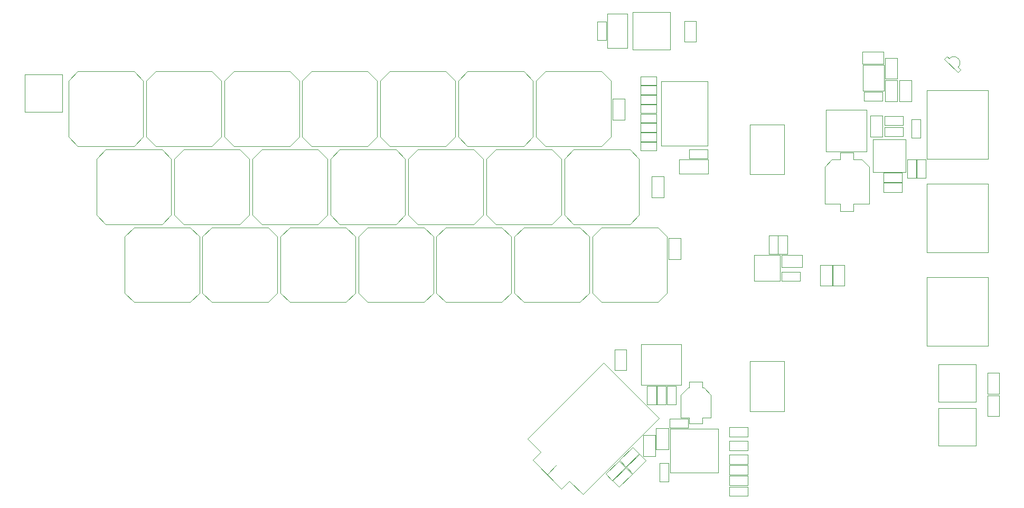
<source format=gbr>
%TF.GenerationSoftware,KiCad,Pcbnew,8.0.9*%
%TF.CreationDate,2025-12-22T17:05:26+01:00*%
%TF.ProjectId,MiniChord,4d696e69-4368-46f7-9264-2e6b69636164,rev?*%
%TF.SameCoordinates,Original*%
%TF.FileFunction,Other,User*%
%FSLAX46Y46*%
G04 Gerber Fmt 4.6, Leading zero omitted, Abs format (unit mm)*
G04 Created by KiCad (PCBNEW 8.0.9) date 2025-12-22 17:05:26*
%MOMM*%
%LPD*%
G01*
G04 APERTURE LIST*
%ADD10C,0.050000*%
%ADD11C,0.120000*%
G04 APERTURE END LIST*
D10*
X102704581Y-142645420D02*
X101300000Y-144100000D01*
%TO.C,U4*%
X119550000Y-81050000D02*
X119550000Y-91450000D01*
X119550000Y-91450000D02*
X126950000Y-91450000D01*
X126950000Y-81050000D02*
X119550000Y-81050000D01*
X126950000Y-91450000D02*
X126950000Y-81050000D01*
%TO.C,C7*%
X124020000Y-92020000D02*
X126980000Y-92020000D01*
X124020000Y-93480000D02*
X124020000Y-92020000D01*
X126980000Y-92020000D02*
X126980000Y-93480000D01*
X126980000Y-93480000D02*
X124020000Y-93480000D01*
%TO.C,D5*%
X116250000Y-87800000D02*
X118750000Y-87800000D01*
X116250000Y-89200000D02*
X116250000Y-87800000D01*
X118750000Y-87800000D02*
X118750000Y-89200000D01*
X118750000Y-89200000D02*
X116250000Y-89200000D01*
%TO.C,R2*%
X158970000Y-93620000D02*
X160430000Y-93620000D01*
X158970000Y-96580000D02*
X158970000Y-93620000D01*
X160430000Y-93620000D02*
X160430000Y-96580000D01*
X160430000Y-96580000D02*
X158970000Y-96580000D01*
%TO.C,R13*%
X120750000Y-106220000D02*
X122650000Y-106220000D01*
X120750000Y-109580000D02*
X120750000Y-106220000D01*
X122650000Y-106220000D02*
X122650000Y-109580000D01*
X122650000Y-109580000D02*
X120750000Y-109580000D01*
%TO.C,C9*%
X118720000Y-136700000D02*
X120680000Y-136700000D01*
X118720000Y-140100000D02*
X118720000Y-136700000D01*
X120680000Y-136700000D02*
X120680000Y-140100000D01*
X120680000Y-140100000D02*
X118720000Y-140100000D01*
D11*
%TO.C,SW11*%
X78500000Y-93500000D02*
X78500000Y-102500000D01*
X77000000Y-104000000D01*
X68000000Y-104000000D01*
X66500000Y-102500000D01*
X66500000Y-93500000D01*
X68000000Y-92000000D01*
X77000000Y-92000000D01*
X78500000Y-93500000D01*
D10*
%TO.C,C11*%
X120920000Y-135170000D02*
X123880000Y-135170000D01*
X120920000Y-136630000D02*
X120920000Y-135170000D01*
X123880000Y-135170000D02*
X123880000Y-136630000D01*
X123880000Y-136630000D02*
X120920000Y-136630000D01*
%TO.C,SW26*%
D11*
X115000000Y-70000000D02*
X121000000Y-70000000D01*
X121000000Y-76000000D01*
X115000000Y-76000000D01*
X115000000Y-70000000D01*
D10*
%TO.C,R29*%
X130420000Y-144370000D02*
X133380000Y-144370000D01*
X130420000Y-145830000D02*
X130420000Y-144370000D01*
X133380000Y-144370000D02*
X133380000Y-145830000D01*
X133380000Y-145830000D02*
X130420000Y-145830000D01*
%TO.C,R27*%
X130420000Y-140970000D02*
X133380000Y-140970000D01*
X130420000Y-142430000D02*
X130420000Y-140970000D01*
X133380000Y-140970000D02*
X133380000Y-142430000D01*
X133380000Y-142430000D02*
X130420000Y-142430000D01*
%TO.C,D2*%
X116290000Y-123250000D02*
X116290000Y-129750000D01*
X116290000Y-129750000D02*
X122790000Y-129750000D01*
X122790000Y-123250000D02*
X116290000Y-123250000D01*
X122790000Y-129750000D02*
X122790000Y-123250000D01*
%TO.C,R7*%
X159670000Y-87220000D02*
X161130000Y-87220000D01*
X159670000Y-90180000D02*
X159670000Y-87220000D01*
X161130000Y-87220000D02*
X161130000Y-90180000D01*
X161130000Y-90180000D02*
X159670000Y-90180000D01*
%TO.C,D9*%
X116250000Y-80300000D02*
X118750000Y-80300000D01*
X116250000Y-81700000D02*
X116250000Y-80300000D01*
X118750000Y-80300000D02*
X118750000Y-81700000D01*
X118750000Y-81700000D02*
X116250000Y-81700000D01*
%TO.C,C16*%
X110637294Y-144030330D02*
X112730330Y-141937294D01*
X111669670Y-145062706D02*
X110637294Y-144030330D01*
X112730330Y-141937294D02*
X113762706Y-142969670D01*
X113762706Y-142969670D02*
X111669670Y-145062706D01*
%TO.C,D11*%
X116250000Y-89300000D02*
X118750000Y-89300000D01*
X116250000Y-90700000D02*
X116250000Y-89300000D01*
X118750000Y-89300000D02*
X118750000Y-90700000D01*
X118750000Y-90700000D02*
X116250000Y-90700000D01*
D11*
%TO.C,SW12*%
X91000000Y-93500000D02*
X91000000Y-102500000D01*
X89500000Y-104000000D01*
X80500000Y-104000000D01*
X79000000Y-102500000D01*
X79000000Y-93500000D01*
X80500000Y-92000000D01*
X89500000Y-92000000D01*
X91000000Y-93500000D01*
%TO.C,SW15*%
X45500000Y-106000000D02*
X45500000Y-115000000D01*
X44000000Y-116500000D01*
X35000000Y-116500000D01*
X33500000Y-115000000D01*
X33500000Y-106000000D01*
X35000000Y-104500000D01*
X44000000Y-104500000D01*
X45500000Y-106000000D01*
%TO.C,D3*%
X164954505Y-77489860D02*
X167075825Y-79611180D01*
X165378769Y-77065596D02*
X164954505Y-77489860D01*
X165732322Y-77419149D02*
X165378769Y-77065596D01*
X167075825Y-79611180D02*
X167500089Y-79186916D01*
X167146536Y-78833363D02*
X167500089Y-79186916D01*
X165732322Y-77419149D02*
G75*
G02*
X167146536Y-78833363I707107J-707107D01*
G01*
D10*
%TO.C,C19*%
X138270000Y-105770000D02*
X139730000Y-105770000D01*
X138270000Y-108730000D02*
X138270000Y-105770000D01*
X139730000Y-105770000D02*
X139730000Y-108730000D01*
X139730000Y-108730000D02*
X138270000Y-108730000D01*
%TO.C,C4*%
X153020000Y-86600000D02*
X154980000Y-86600000D01*
X153020000Y-90000000D02*
X153020000Y-86600000D01*
X154980000Y-86600000D02*
X154980000Y-90000000D01*
X154980000Y-90000000D02*
X153020000Y-90000000D01*
%TO.C,R10*%
X147050000Y-110520000D02*
X148950000Y-110520000D01*
X147050000Y-113880000D02*
X147050000Y-110520000D01*
X148950000Y-110520000D02*
X148950000Y-113880000D01*
X148950000Y-113880000D02*
X147050000Y-113880000D01*
%TO.C,R15*%
X136770000Y-105770000D02*
X138230000Y-105770000D01*
X136770000Y-108730000D02*
X136770000Y-105770000D01*
X138230000Y-105770000D02*
X138230000Y-108730000D01*
X138230000Y-108730000D02*
X136770000Y-108730000D01*
D11*
%TO.C,SW10*%
X66000000Y-93500000D02*
X66000000Y-102500000D01*
X64500000Y-104000000D01*
X55500000Y-104000000D01*
X54000000Y-102500000D01*
X54000000Y-93500000D01*
X55500000Y-92000000D01*
X64500000Y-92000000D01*
X66000000Y-93500000D01*
D10*
%TO.C,R28*%
X130420000Y-142670000D02*
X133380000Y-142670000D01*
X130420000Y-144130000D02*
X130420000Y-142670000D01*
X133380000Y-142670000D02*
X133380000Y-144130000D01*
X133380000Y-144130000D02*
X130420000Y-144130000D01*
%TO.C,R1*%
X157750000Y-80927500D02*
X159650000Y-80927500D01*
X157750000Y-84287500D02*
X157750000Y-80927500D01*
X159650000Y-80927500D02*
X159650000Y-84287500D01*
X159650000Y-84287500D02*
X157750000Y-84287500D01*
%TO.C,D1*%
X110900000Y-70270000D02*
X110900000Y-75720000D01*
X110900000Y-75720000D02*
X114100000Y-75720000D01*
X114100000Y-70270000D02*
X110900000Y-70270000D01*
X114100000Y-75720000D02*
X114100000Y-70270000D01*
D11*
%TO.C,SW21*%
X120500000Y-106000000D02*
X120500000Y-115000000D01*
X119000000Y-116500000D01*
X110000000Y-116500000D01*
X108500000Y-115000000D01*
X108500000Y-106000000D01*
X110000000Y-104500000D01*
X119000000Y-104500000D01*
X120500000Y-106000000D01*
D10*
%TO.C,R12*%
X118050000Y-96320000D02*
X119950000Y-96320000D01*
X118050000Y-99680000D02*
X118050000Y-96320000D01*
X119950000Y-96320000D02*
X119950000Y-99680000D01*
X119950000Y-99680000D02*
X118050000Y-99680000D01*
%TO.C,R39*%
X171850000Y-131432500D02*
X173750000Y-131432500D01*
X171850000Y-134792500D02*
X171850000Y-131432500D01*
X173750000Y-131432500D02*
X173750000Y-134792500D01*
X173750000Y-134792500D02*
X171850000Y-134792500D01*
%TO.C,R37*%
X117270000Y-129920000D02*
X118730000Y-129920000D01*
X117270000Y-132880000D02*
X117270000Y-129920000D01*
X118730000Y-129920000D02*
X118730000Y-132880000D01*
X118730000Y-132880000D02*
X117270000Y-132880000D01*
%TO.C,D8*%
X116250000Y-90800000D02*
X118750000Y-90800000D01*
X116250000Y-92200000D02*
X116250000Y-90800000D01*
X118750000Y-90800000D02*
X118750000Y-92200000D01*
X118750000Y-92200000D02*
X116250000Y-92200000D01*
D11*
%TO.C,SW6*%
X99000000Y-81000000D02*
X99000000Y-90000000D01*
X97500000Y-91500000D01*
X88500000Y-91500000D01*
X87000000Y-90000000D01*
X87000000Y-81000000D01*
X88500000Y-79500000D01*
X97500000Y-79500000D01*
X99000000Y-81000000D01*
%TO.C,SW14*%
X116000000Y-93500000D02*
X116000000Y-102500000D01*
X114500000Y-104000000D01*
X105500000Y-104000000D01*
X104000000Y-102500000D01*
X104000000Y-93500000D01*
X105500000Y-92000000D01*
X114500000Y-92000000D01*
X116000000Y-93500000D01*
%TO.C,SW2*%
X49000000Y-81000000D02*
X49000000Y-90000000D01*
X47500000Y-91500000D01*
X38500000Y-91500000D01*
X37000000Y-90000000D01*
X37000000Y-81000000D01*
X38500000Y-79500000D01*
X47500000Y-79500000D01*
X49000000Y-81000000D01*
D10*
%TO.C,R35*%
X120470000Y-129920000D02*
X121930000Y-129920000D01*
X120470000Y-132880000D02*
X120470000Y-129920000D01*
X121930000Y-129920000D02*
X121930000Y-132880000D01*
X121930000Y-132880000D02*
X120470000Y-132880000D01*
%TO.C,C1*%
X155220000Y-97370000D02*
X158180000Y-97370000D01*
X155220000Y-98830000D02*
X155220000Y-97370000D01*
X158180000Y-97370000D02*
X158180000Y-98830000D01*
X158180000Y-98830000D02*
X155220000Y-98830000D01*
D11*
%TO.C,SW17*%
X70500000Y-106000000D02*
X70500000Y-115000000D01*
X69000000Y-116500000D01*
X60000000Y-116500000D01*
X58500000Y-115000000D01*
X58500000Y-106000000D01*
X60000000Y-104500000D01*
X69000000Y-104500000D01*
X70500000Y-106000000D01*
D10*
%TO.C,C18*%
X151800000Y-76327500D02*
X155200000Y-76327500D01*
X151800000Y-78287500D02*
X151800000Y-76327500D01*
X155200000Y-76327500D02*
X155200000Y-78287500D01*
X155200000Y-78287500D02*
X151800000Y-78287500D01*
%TO.C,RV3*%
D11*
X171900000Y-93530000D02*
X162100000Y-93530000D01*
X162100000Y-82530000D01*
X171900000Y-82530000D01*
X171900000Y-93530000D01*
D10*
%TO.C,C5*%
X145750000Y-94800000D02*
X145750000Y-100750000D01*
X146900000Y-93650000D02*
X145750000Y-94800000D01*
X148250000Y-92500000D02*
X148250000Y-93650000D01*
X148250000Y-93650000D02*
X146900000Y-93650000D01*
X148250000Y-100750000D02*
X145750000Y-100750000D01*
X148250000Y-101900000D02*
X148250000Y-100750000D01*
X150350000Y-92500000D02*
X148250000Y-92500000D01*
X150350000Y-93650000D02*
X150350000Y-92500000D01*
X150350000Y-100750000D02*
X150350000Y-101900000D01*
X150350000Y-101900000D02*
X148250000Y-101900000D01*
X151700000Y-93650000D02*
X150350000Y-93650000D01*
X151700000Y-93650000D02*
X152850000Y-94800000D01*
X152850000Y-94800000D02*
X152850000Y-100750000D01*
X152850000Y-100750000D02*
X150350000Y-100750000D01*
%TO.C,R14*%
X138820000Y-108950000D02*
X142180000Y-108950000D01*
X138820000Y-110850000D02*
X138820000Y-108950000D01*
X142180000Y-108950000D02*
X142180000Y-110850000D01*
X142180000Y-110850000D02*
X138820000Y-110850000D01*
D11*
%TO.C,SW13*%
X103500000Y-93500000D02*
X103500000Y-102500000D01*
X102000000Y-104000000D01*
X93000000Y-104000000D01*
X91500000Y-102500000D01*
X91500000Y-93500000D01*
X93000000Y-92000000D01*
X102000000Y-92000000D01*
X103500000Y-93500000D01*
%TO.C,SW24*%
X164000000Y-126500000D02*
X170000000Y-126500000D01*
X170000000Y-132500000D01*
X164000000Y-132500000D01*
X164000000Y-126500000D01*
D10*
%TO.C,C13*%
X130420000Y-138770000D02*
X133380000Y-138770000D01*
X130420000Y-140230000D02*
X130420000Y-138770000D01*
X133380000Y-138770000D02*
X133380000Y-140230000D01*
X133380000Y-140230000D02*
X130420000Y-140230000D01*
%TO.C,R32*%
X113937294Y-142930330D02*
X116030330Y-140837294D01*
X114969670Y-143962706D02*
X113937294Y-142930330D01*
X116030330Y-140837294D02*
X117062706Y-141869670D01*
X117062706Y-141869670D02*
X114969670Y-143962706D01*
%TO.C,D6*%
X116250000Y-81800000D02*
X118750000Y-81800000D01*
X116250000Y-83200000D02*
X116250000Y-81800000D01*
X118750000Y-81800000D02*
X118750000Y-83200000D01*
X118750000Y-83200000D02*
X116250000Y-83200000D01*
D11*
%TO.C,SW18*%
X83000000Y-106000000D02*
X83000000Y-115000000D01*
X81500000Y-116500000D01*
X72500000Y-116500000D01*
X71000000Y-115000000D01*
X71000000Y-106000000D01*
X72500000Y-104500000D01*
X81500000Y-104500000D01*
X83000000Y-106000000D01*
D10*
%TO.C,U3*%
X151850000Y-78476250D02*
X151850000Y-82576250D01*
X151850000Y-82576250D02*
X155250000Y-82576250D01*
X155250000Y-78476250D02*
X151850000Y-78476250D01*
X155250000Y-82576250D02*
X155250000Y-78476250D01*
D11*
%TO.C,SW16*%
X58000000Y-106000000D02*
X58000000Y-115000000D01*
X56500000Y-116500000D01*
X47500000Y-116500000D01*
X46000000Y-115000000D01*
X46000000Y-106000000D01*
X47500000Y-104500000D01*
X56500000Y-104500000D01*
X58000000Y-106000000D01*
D10*
%TO.C,R16*%
X112050000Y-124070000D02*
X113950000Y-124070000D01*
X112050000Y-127430000D02*
X112050000Y-124070000D01*
X113950000Y-124070000D02*
X113950000Y-127430000D01*
X113950000Y-127430000D02*
X112050000Y-127430000D01*
D11*
%TO.C,SW20*%
X108000000Y-106000000D02*
X108000000Y-115000000D01*
X106500000Y-116500000D01*
X97500000Y-116500000D01*
X96000000Y-115000000D01*
X96000000Y-106000000D01*
X97500000Y-104500000D01*
X106500000Y-104500000D01*
X108000000Y-106000000D01*
D10*
%TO.C,C3*%
X155220000Y-95770000D02*
X158180000Y-95770000D01*
X155220000Y-97230000D02*
X155220000Y-95770000D01*
X158180000Y-95770000D02*
X158180000Y-97230000D01*
X158180000Y-97230000D02*
X155220000Y-97230000D01*
D11*
%TO.C,J1*%
X133750000Y-88000000D02*
X133750000Y-96000000D01*
X133750000Y-96000000D02*
X139250000Y-96000000D01*
X139250000Y-88000000D02*
X133750000Y-88000000D01*
X139250000Y-96000000D02*
X139250000Y-88000000D01*
D10*
%TO.C,C6*%
X122450000Y-93600000D02*
X127050000Y-93600000D01*
X122450000Y-95900000D02*
X122450000Y-93600000D01*
X127050000Y-93600000D02*
X127050000Y-95900000D01*
X127050000Y-95900000D02*
X122450000Y-95900000D01*
%TO.C,R34*%
X109270000Y-71520000D02*
X110730000Y-71520000D01*
X109270000Y-74480000D02*
X109270000Y-71520000D01*
X110730000Y-71520000D02*
X110730000Y-74480000D01*
X110730000Y-74480000D02*
X109270000Y-74480000D01*
%TO.C,R8*%
X155450000Y-80927500D02*
X157350000Y-80927500D01*
X155450000Y-84287500D02*
X155450000Y-80927500D01*
X157350000Y-80927500D02*
X157350000Y-84287500D01*
X157350000Y-84287500D02*
X155450000Y-84287500D01*
%TO.C,RV2*%
D11*
X171900000Y-108530000D02*
X162100000Y-108530000D01*
X162100000Y-97530000D01*
X171900000Y-97530000D01*
X171900000Y-108530000D01*
D10*
%TO.C,R4*%
X155450000Y-77327500D02*
X157350000Y-77327500D01*
X155450000Y-80687500D02*
X155450000Y-77327500D01*
X157350000Y-77327500D02*
X157350000Y-80687500D01*
X157350000Y-80687500D02*
X155450000Y-80687500D01*
D11*
%TO.C,SW4*%
X74000000Y-81000000D02*
X74000000Y-90000000D01*
X72500000Y-91500000D01*
X63500000Y-91500000D01*
X62000000Y-90000000D01*
X62000000Y-81000000D01*
X63500000Y-79500000D01*
X72500000Y-79500000D01*
X74000000Y-81000000D01*
%TO.C,SW22*%
X17500000Y-86000000D02*
X23500000Y-86000000D01*
X23500000Y-80000000D01*
X17500000Y-80000000D01*
X17500000Y-86000000D01*
D10*
%TO.C,U2*%
X153480000Y-90380000D02*
X153480000Y-95620000D01*
X153480000Y-95620000D02*
X158720000Y-95620000D01*
X158720000Y-90380000D02*
X153480000Y-90380000D01*
X158720000Y-95620000D02*
X158720000Y-90380000D01*
%TO.C,L1*%
X145950000Y-85650000D02*
X145950000Y-92350000D01*
X145950000Y-92350000D02*
X152450000Y-92350000D01*
X152450000Y-85650000D02*
X145950000Y-85650000D01*
X152450000Y-92350000D02*
X152450000Y-85650000D01*
D11*
%TO.C,J4*%
X133750000Y-126000000D02*
X133750000Y-134000000D01*
X133750000Y-134000000D02*
X139250000Y-134000000D01*
X139250000Y-126000000D02*
X133750000Y-126000000D01*
X139250000Y-134000000D02*
X139250000Y-126000000D01*
%TO.C,SW5*%
X86500000Y-81000000D02*
X86500000Y-90000000D01*
X85000000Y-91500000D01*
X76000000Y-91500000D01*
X74500000Y-90000000D01*
X74500000Y-81000000D01*
X76000000Y-79500000D01*
X85000000Y-79500000D01*
X86500000Y-81000000D01*
%TO.C,SW19*%
X95500000Y-106000000D02*
X95500000Y-115000000D01*
X94000000Y-116500000D01*
X85000000Y-116500000D01*
X83500000Y-115000000D01*
X83500000Y-106000000D01*
X85000000Y-104500000D01*
X94000000Y-104500000D01*
X95500000Y-106000000D01*
%TO.C,SW9*%
X53500000Y-93500000D02*
X53500000Y-102500000D01*
X52000000Y-104000000D01*
X43000000Y-104000000D01*
X41500000Y-102500000D01*
X41500000Y-93500000D01*
X43000000Y-92000000D01*
X52000000Y-92000000D01*
X53500000Y-93500000D01*
D10*
%TO.C,R31*%
X111753931Y-145113693D02*
X113846967Y-143020657D01*
X112786307Y-146146069D02*
X111753931Y-145113693D01*
X113846967Y-143020657D02*
X114879343Y-144053033D01*
X114879343Y-144053033D02*
X112786307Y-146146069D01*
%TO.C,RV1*%
D11*
X171900000Y-123500000D02*
X162100000Y-123500000D01*
X162100000Y-112500000D01*
X171900000Y-112500000D01*
X171900000Y-123500000D01*
D10*
%TO.C,D7*%
X116250000Y-86300000D02*
X118750000Y-86300000D01*
X116250000Y-87700000D02*
X116250000Y-86300000D01*
X118750000Y-86300000D02*
X118750000Y-87700000D01*
X118750000Y-87700000D02*
X116250000Y-87700000D01*
%TO.C,C2*%
X152020000Y-82777500D02*
X154980000Y-82777500D01*
X152020000Y-84237500D02*
X152020000Y-82777500D01*
X154980000Y-82777500D02*
X154980000Y-84237500D01*
X154980000Y-84237500D02*
X152020000Y-84237500D01*
%TO.C,R9*%
X145050000Y-110520000D02*
X146950000Y-110520000D01*
X145050000Y-113880000D02*
X145050000Y-110520000D01*
X146950000Y-110520000D02*
X146950000Y-113880000D01*
X146950000Y-113880000D02*
X145050000Y-113880000D01*
%TO.C,R6*%
X155320000Y-86670000D02*
X158280000Y-86670000D01*
X155320000Y-88130000D02*
X155320000Y-86670000D01*
X158280000Y-86670000D02*
X158280000Y-88130000D01*
X158280000Y-88130000D02*
X155320000Y-88130000D01*
D11*
%TO.C,SW7*%
X111500000Y-81000000D02*
X111500000Y-90000000D01*
X110000000Y-91500000D01*
X101000000Y-91500000D01*
X99500000Y-90000000D01*
X99500000Y-81000000D01*
X101000000Y-79500000D01*
X110000000Y-79500000D01*
X111500000Y-81000000D01*
%TO.C,SW3*%
X61500000Y-81000000D02*
X61500000Y-90000000D01*
X60000000Y-91500000D01*
X51000000Y-91500000D01*
X49500000Y-90000000D01*
X49500000Y-81000000D01*
X51000000Y-79500000D01*
X60000000Y-79500000D01*
X61500000Y-81000000D01*
D10*
%TO.C,R38*%
X171850000Y-127807500D02*
X173750000Y-127807500D01*
X171850000Y-131167500D02*
X171850000Y-127807500D01*
X173750000Y-127807500D02*
X173750000Y-131167500D01*
X173750000Y-131167500D02*
X171850000Y-131167500D01*
%TO.C,R30*%
X130420000Y-146070000D02*
X133380000Y-146070000D01*
X130420000Y-147530000D02*
X130420000Y-146070000D01*
X133380000Y-146070000D02*
X133380000Y-147530000D01*
X133380000Y-147530000D02*
X130420000Y-147530000D01*
%TO.C,J2*%
X98121825Y-138439340D02*
X100243146Y-140560660D01*
X98970354Y-141833452D02*
X103566548Y-146429646D01*
X100243146Y-140560660D02*
X98970354Y-141833452D01*
X103566548Y-146429646D02*
X104839340Y-145156854D01*
X104839340Y-145156854D02*
X106960660Y-147278175D01*
X106960660Y-147278175D02*
X107137437Y-147101398D01*
X107137437Y-147101398D02*
X119158252Y-135080583D01*
X110319417Y-126241748D02*
X98121825Y-138439340D01*
X119158252Y-135080583D02*
X110319417Y-126241748D01*
%TO.C,R40*%
X123250000Y-71395000D02*
X125150000Y-71395000D01*
X123250000Y-74755000D02*
X123250000Y-71395000D01*
X125150000Y-71395000D02*
X125150000Y-74755000D01*
X125150000Y-74755000D02*
X123250000Y-74755000D01*
%TO.C,U5*%
X120950000Y-136800000D02*
X120950000Y-143800000D01*
X120950000Y-143800000D02*
X128650000Y-143800000D01*
X128650000Y-136800000D02*
X120950000Y-136800000D01*
X128650000Y-143800000D02*
X128650000Y-136800000D01*
D11*
%TO.C,SW1*%
X36500000Y-81000000D02*
X36500000Y-90000000D01*
X35000000Y-91500000D01*
X26000000Y-91500000D01*
X24500000Y-90000000D01*
X24500000Y-81000000D01*
X26000000Y-79500000D01*
X35000000Y-79500000D01*
X36500000Y-81000000D01*
D10*
%TO.C,C8*%
X138820000Y-111670000D02*
X141780000Y-111670000D01*
X138820000Y-113130000D02*
X138820000Y-111670000D01*
X141780000Y-111670000D02*
X141780000Y-113130000D01*
X141780000Y-113130000D02*
X138820000Y-113130000D01*
%TO.C,C14*%
X119270000Y-142320000D02*
X120730000Y-142320000D01*
X119270000Y-145280000D02*
X119270000Y-142320000D01*
X120730000Y-142320000D02*
X120730000Y-145280000D01*
X120730000Y-145280000D02*
X119270000Y-145280000D01*
%TO.C,R5*%
X155320000Y-88470000D02*
X158280000Y-88470000D01*
X155320000Y-89930000D02*
X155320000Y-88470000D01*
X158280000Y-88470000D02*
X158280000Y-89930000D01*
X158280000Y-89930000D02*
X155320000Y-89930000D01*
%TO.C,C15*%
X122700000Y-131350000D02*
X122700000Y-135000000D01*
X123850000Y-130200000D02*
X122700000Y-131350000D01*
X124050000Y-129250000D02*
X124050000Y-130200000D01*
X124050000Y-130200000D02*
X123850000Y-130200000D01*
X124050000Y-135000000D02*
X122700000Y-135000000D01*
X124050000Y-135950000D02*
X124050000Y-135000000D01*
X126150000Y-129250000D02*
X124050000Y-129250000D01*
X126150000Y-130200000D02*
X126150000Y-129250000D01*
X126150000Y-135000000D02*
X126150000Y-135950000D01*
X126150000Y-135950000D02*
X124050000Y-135950000D01*
X126350000Y-130200000D02*
X126150000Y-130200000D01*
X126350000Y-130200000D02*
X127500000Y-131350000D01*
X127500000Y-131350000D02*
X127500000Y-135000000D01*
X127500000Y-135000000D02*
X126150000Y-135000000D01*
%TO.C,R36*%
X118870000Y-129920000D02*
X120330000Y-129920000D01*
X118870000Y-132880000D02*
X118870000Y-129920000D01*
X120330000Y-129920000D02*
X120330000Y-132880000D01*
X120330000Y-132880000D02*
X118870000Y-132880000D01*
%TO.C,C10*%
X116620000Y-137800000D02*
X118580000Y-137800000D01*
X116620000Y-141200000D02*
X116620000Y-137800000D01*
X118580000Y-137800000D02*
X118580000Y-141200000D01*
X118580000Y-141200000D02*
X116620000Y-141200000D01*
%TO.C,R11*%
X111750000Y-83920000D02*
X113650000Y-83920000D01*
X111750000Y-87280000D02*
X111750000Y-83920000D01*
X113650000Y-83920000D02*
X113650000Y-87280000D01*
X113650000Y-87280000D02*
X111750000Y-87280000D01*
%TO.C,D10*%
X116250000Y-84800000D02*
X118750000Y-84800000D01*
X116250000Y-86200000D02*
X116250000Y-84800000D01*
X118750000Y-84800000D02*
X118750000Y-86200000D01*
X118750000Y-86200000D02*
X116250000Y-86200000D01*
%TO.C,C17*%
X112837294Y-141830330D02*
X114930330Y-139737294D01*
X113869670Y-142862706D02*
X112837294Y-141830330D01*
X114930330Y-139737294D02*
X115962706Y-140769670D01*
X115962706Y-140769670D02*
X113869670Y-142862706D01*
%TO.C,D4*%
X116250000Y-83300000D02*
X118750000Y-83300000D01*
X116250000Y-84700000D02*
X116250000Y-83300000D01*
X118750000Y-83300000D02*
X118750000Y-84700000D01*
X118750000Y-84700000D02*
X116250000Y-84700000D01*
%TO.C,U6*%
X134400000Y-108900000D02*
X134400000Y-113100000D01*
X134400000Y-113100000D02*
X138600000Y-113100000D01*
X138600000Y-108900000D02*
X134400000Y-108900000D01*
X138600000Y-113100000D02*
X138600000Y-108900000D01*
%TO.C,SW25*%
D11*
X170000000Y-139500000D02*
X164000000Y-139500000D01*
X164000000Y-133500000D01*
X170000000Y-133500000D01*
X170000000Y-139500000D01*
%TO.C,SW8*%
X41000000Y-93500000D02*
X41000000Y-102500000D01*
X39500000Y-104000000D01*
X30500000Y-104000000D01*
X29000000Y-102500000D01*
X29000000Y-93500000D01*
X30500000Y-92000000D01*
X39500000Y-92000000D01*
X41000000Y-93500000D01*
D10*
%TO.C,R3*%
X160470000Y-93620000D02*
X161930000Y-93620000D01*
X160470000Y-96580000D02*
X160470000Y-93620000D01*
X161930000Y-93620000D02*
X161930000Y-96580000D01*
X161930000Y-96580000D02*
X160470000Y-96580000D01*
%TO.C,C12*%
X130420000Y-136570000D02*
X133380000Y-136570000D01*
X130420000Y-138030000D02*
X130420000Y-136570000D01*
X133380000Y-136570000D02*
X133380000Y-138030000D01*
X133380000Y-138030000D02*
X130420000Y-138030000D01*
%TD*%
M02*

</source>
